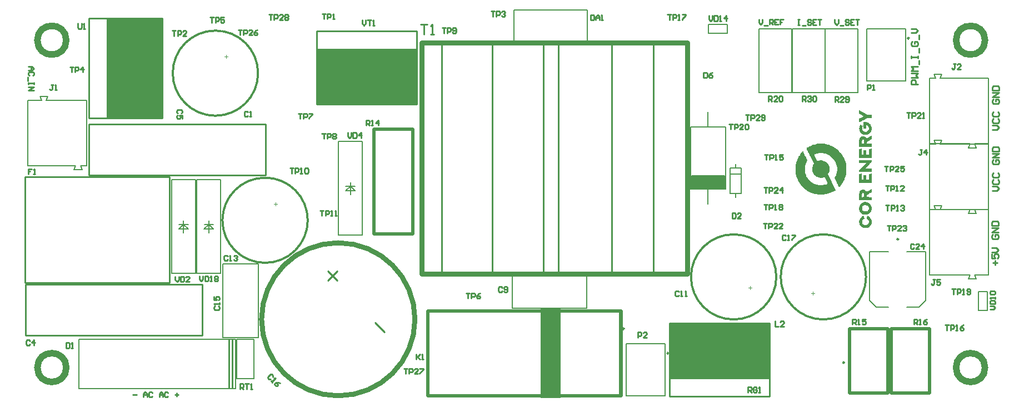
<source format=gbr>
%TF.GenerationSoftware,Altium Limited,Altium Designer,21.6.4 (81)*%
G04 Layer_Color=65535*
%FSLAX43Y43*%
%MOMM*%
%TF.SameCoordinates,45A01B4D-518A-40F9-B883-98BDF5CD3DE6*%
%TF.FilePolarity,Positive*%
%TF.FileFunction,Legend,Top*%
%TF.Part,Single*%
G01*
G75*
%TA.AperFunction,NonConductor*%
%ADD102C,0.200*%
%ADD103C,0.250*%
%ADD104C,0.762*%
%ADD105C,0.254*%
%ADD106R,3.100X13.700*%
%ADD136C,0.300*%
%ADD137C,1.000*%
%ADD138C,0.500*%
%ADD139C,0.100*%
%ADD140C,0.508*%
%ADD141R,5.334X2.032*%
%ADD142R,15.240X8.382*%
%ADD143R,8.382X15.240*%
G36*
X128134Y44254D02*
X128150Y44237D01*
X128167D01*
X128234Y44204D01*
X128250Y44187D01*
X128317Y44154D01*
X128333Y44137D01*
X128350D01*
X128400Y44104D01*
X128417Y44087D01*
X128433D01*
X128517Y44037D01*
X128550Y44021D01*
X128567D01*
X128633Y43987D01*
X128650Y43971D01*
X128667Y43954D01*
X129250Y43621D01*
X129933D01*
Y43138D01*
X129233D01*
X128650Y42804D01*
X128567Y42754D01*
X128550Y42738D01*
X128533D01*
X128450Y42704D01*
X128417Y42688D01*
Y42671D01*
X128350Y42621D01*
X128333Y42604D01*
X128267Y42588D01*
X128234Y42571D01*
X128184Y42538D01*
X128150Y42521D01*
X128084Y42488D01*
X128050Y42471D01*
X128034D01*
Y42488D01*
X128017Y42504D01*
Y42754D01*
X128034Y43021D01*
X128383Y43188D01*
X128467Y43238D01*
X128500Y43254D01*
X128517D01*
X128600Y43321D01*
X128633Y43354D01*
X128650D01*
X128667Y43371D01*
Y43438D01*
X128650Y43454D01*
X128633D01*
X128517Y43521D01*
X128483Y43538D01*
X128467D01*
X128350Y43604D01*
X128317Y43621D01*
X128300D01*
X128017Y43788D01*
Y44237D01*
X128034Y44254D01*
Y44304D01*
X128050D01*
X128067D01*
X128084D01*
X128134Y44254D01*
D02*
G37*
G36*
X129150Y42488D02*
X129217Y42471D01*
X129250Y42454D01*
X129267D01*
X129383Y42421D01*
X129433Y42404D01*
X129450D01*
X129533Y42321D01*
X129567Y42304D01*
X129583Y42288D01*
X129667Y42204D01*
X129683Y42188D01*
X129700Y42171D01*
X129750Y42138D01*
X129783Y42088D01*
X129817Y42054D01*
Y42038D01*
X129867Y41938D01*
X129883Y41904D01*
Y41888D01*
X129900Y41804D01*
X129917Y41721D01*
X129933Y41654D01*
Y41371D01*
X129917Y41288D01*
X129900Y41204D01*
X129883Y41154D01*
Y41138D01*
X129833Y41054D01*
X129800Y40988D01*
X129767Y40938D01*
X129750Y40921D01*
X129650Y40805D01*
X129617Y40771D01*
X129600Y40755D01*
X129517Y40705D01*
X129450Y40655D01*
X129400Y40638D01*
X129383Y40621D01*
X129300Y40588D01*
X129217Y40571D01*
X129167Y40555D01*
X129150D01*
X129050D01*
X128967D01*
X128917D01*
X128900D01*
X128800Y40571D01*
X128767D01*
X128750D01*
X128650Y40605D01*
X128617Y40621D01*
X128600D01*
X128500Y40671D01*
X128483Y40688D01*
X128467D01*
X128383Y40755D01*
X128350Y40771D01*
Y40788D01*
X128283Y40854D01*
X128267Y40888D01*
X128200Y40971D01*
X128184Y40988D01*
Y41004D01*
X128134Y41071D01*
X128117Y41104D01*
X128100Y41138D01*
Y41154D01*
X128067Y41254D01*
X128050Y41288D01*
Y41371D01*
X128034Y41438D01*
Y41588D01*
X128050Y41621D01*
Y41671D01*
X128067Y41704D01*
Y41771D01*
X128084Y41788D01*
Y41854D01*
X128100Y41871D01*
X128117Y41938D01*
X128134Y41954D01*
X128234Y42138D01*
X128350Y42054D01*
X128367Y42021D01*
X128383Y42004D01*
X128400Y41988D01*
X128417D01*
X128433Y41971D01*
X128450Y41954D01*
X128467D01*
X128483Y41938D01*
X128500D01*
X128517Y41921D01*
X128533D01*
Y41904D01*
X128550D01*
Y41888D01*
X128567D01*
Y41821D01*
X128550D01*
Y41754D01*
X128533Y41721D01*
X128517Y41704D01*
Y41654D01*
X128483Y41621D01*
X128467Y41604D01*
Y41454D01*
X128483Y41438D01*
X128500Y41404D01*
Y41388D01*
X128533Y41304D01*
X128550Y41271D01*
X128567Y41254D01*
X128617Y41188D01*
X128633Y41171D01*
X128650Y41154D01*
X128733Y41104D01*
X128767Y41088D01*
X128783Y41071D01*
X128867Y41038D01*
X128900Y41021D01*
X128917D01*
X129017D01*
X129050D01*
X129067D01*
X129150Y41038D01*
X129183Y41054D01*
X129200D01*
X129283Y41121D01*
X129300Y41138D01*
X129317D01*
X129383Y41204D01*
X129400Y41238D01*
X129417D01*
X129433Y41254D01*
X129450Y41271D01*
X129467Y41304D01*
Y41321D01*
X129483Y41338D01*
Y41354D01*
X129500Y41371D01*
Y41638D01*
X129483Y41688D01*
Y41704D01*
X129467Y41738D01*
Y41754D01*
X129433Y41804D01*
X129417Y41821D01*
X129400Y41838D01*
X129383Y41854D01*
X129367Y41871D01*
X129350Y41888D01*
X129317Y41921D01*
X129300Y41938D01*
X129250Y41954D01*
X129233Y41971D01*
X129133Y42021D01*
Y41471D01*
X128683D01*
Y42371D01*
X128700Y42404D01*
Y42438D01*
X128717Y42454D01*
Y42471D01*
X128733D01*
X128750Y42488D01*
X128767D01*
X128883Y42504D01*
X128917D01*
X128933D01*
X129033D01*
X129067D01*
X129083D01*
X129150Y42488D01*
D02*
G37*
G36*
X129933Y40405D02*
Y39905D01*
X129583Y39688D01*
X129500Y39638D01*
X129467Y39621D01*
X129383Y39571D01*
X129350Y39555D01*
X129333D01*
X129317Y39538D01*
X129283Y39521D01*
X129267Y39505D01*
X129250Y39471D01*
Y39455D01*
X129233Y39438D01*
Y39421D01*
X129217Y39388D01*
Y39371D01*
X129200Y39355D01*
Y39205D01*
X129933D01*
Y38721D01*
X128967D01*
X128000D01*
X128017Y39305D01*
Y39655D01*
X128034Y39705D01*
Y39821D01*
X128050Y39838D01*
Y39921D01*
X128067Y39955D01*
X128084Y40021D01*
X128100Y40038D01*
X128134Y40088D01*
X128150Y40105D01*
X128167D01*
X128217Y40155D01*
X128234Y40171D01*
X128283Y40221D01*
X128300Y40238D01*
X128367Y40271D01*
X128383Y40288D01*
X128400D01*
X128467Y40305D01*
X128483D01*
X128500D01*
X128583Y40321D01*
X128617D01*
X128633D01*
X128700D01*
X128717Y40305D01*
X128733D01*
X128817Y40288D01*
X128833Y40271D01*
X128850D01*
X128917Y40255D01*
X128933Y40238D01*
X128950D01*
X129017Y40188D01*
X129033Y40171D01*
X129067Y40121D01*
X129083Y40105D01*
Y40088D01*
X129100Y40071D01*
Y40055D01*
X129117Y40038D01*
X129133D01*
Y40005D01*
X129150D01*
Y39988D01*
X129200Y40005D01*
X129217Y40021D01*
X129233Y40038D01*
X129250Y40055D01*
X129300Y40071D01*
X129317Y40088D01*
X129350Y40121D01*
X129367Y40138D01*
X129417Y40155D01*
X129433Y40171D01*
X129450D01*
X129517Y40188D01*
X129533Y40205D01*
X129583Y40238D01*
X129600Y40255D01*
X129650Y40271D01*
X129667Y40288D01*
X129700Y40305D01*
X129717Y40321D01*
X129767Y40338D01*
X129783Y40355D01*
X129800D01*
X129833Y40371D01*
X129850Y40388D01*
X129883Y40405D01*
X129900Y40421D01*
X129917D01*
X129933Y40405D01*
D02*
G37*
G36*
Y37022D02*
X128967D01*
X128000D01*
X128017Y38405D01*
X128450Y38421D01*
Y37488D01*
X128667D01*
X128683Y38171D01*
X129083D01*
X129133Y37488D01*
X129500D01*
X129517Y38405D01*
X129933Y38421D01*
Y37022D01*
D02*
G37*
G36*
Y36472D02*
X129917Y36438D01*
Y36422D01*
X129900Y36388D01*
Y36372D01*
X129883Y36355D01*
X129867Y36338D01*
X129833Y36288D01*
X129817Y36272D01*
Y36255D01*
X129767Y36222D01*
X129733Y36205D01*
X129633Y36088D01*
X129600Y36055D01*
X129583Y36038D01*
X129467Y35938D01*
X129417Y35905D01*
X129400Y35888D01*
X128900Y35405D01*
X129933Y35388D01*
Y34905D01*
X128967D01*
X128017D01*
Y35105D01*
X128034Y35122D01*
X128050Y35138D01*
X128067Y35155D01*
X128084Y35205D01*
X128100Y35222D01*
X128150Y35272D01*
X128167Y35288D01*
X128184D01*
X128234Y35355D01*
X128250Y35372D01*
X128350Y35472D01*
X128383Y35505D01*
X128400Y35522D01*
X128500Y35638D01*
X128550Y35672D01*
X128567Y35688D01*
X129100Y36205D01*
X128000D01*
X128034Y36672D01*
X129933Y36688D01*
Y36472D01*
D02*
G37*
G36*
Y33205D02*
X128967D01*
Y33189D01*
X128000D01*
X128017Y34572D01*
X128433Y34605D01*
Y33672D01*
X128667D01*
Y34389D01*
X129100D01*
Y33672D01*
X129500D01*
X129517Y34588D01*
X129933Y34605D01*
Y33205D01*
D02*
G37*
G36*
X122467Y39188D02*
X122567D01*
X122634Y39171D01*
X122684D01*
X122701D01*
X122984Y39121D01*
X123101Y39105D01*
X123217Y39071D01*
X123317Y39038D01*
X123384Y39021D01*
X123434Y39005D01*
X123451D01*
X123717Y38905D01*
X123834Y38855D01*
X123934Y38805D01*
X124017Y38755D01*
X124084Y38721D01*
X124134Y38705D01*
X124151Y38688D01*
X124384Y38538D01*
X124584Y38405D01*
X124667Y38338D01*
X124717Y38288D01*
X124751Y38271D01*
X124767Y38255D01*
X124984Y38055D01*
X125150Y37871D01*
X125217Y37805D01*
X125250Y37738D01*
X125284Y37705D01*
X125300Y37688D01*
X125450Y37455D01*
X125584Y37255D01*
X125634Y37172D01*
X125667Y37105D01*
X125684Y37055D01*
X125700Y37038D01*
X125734Y36955D01*
X125767Y36888D01*
X125784Y36838D01*
X125800Y36822D01*
X125834Y36738D01*
X125850Y36672D01*
X125867Y36622D01*
X125884Y36605D01*
X125917Y36538D01*
X125950Y36472D01*
X125967Y36422D01*
Y36405D01*
X125984Y36322D01*
X126000Y36255D01*
X126017Y36205D01*
Y36188D01*
X126034Y36105D01*
Y36038D01*
X126050Y35988D01*
Y35972D01*
X126067Y35905D01*
Y35772D01*
X126084Y35688D01*
Y34955D01*
X126067Y34872D01*
Y34805D01*
X126050Y34738D01*
Y34605D01*
X126034Y34538D01*
X126017Y34472D01*
X126000Y34422D01*
Y34405D01*
X125984Y34339D01*
Y34272D01*
X125967Y34222D01*
Y34205D01*
X125900Y34089D01*
X125884Y34039D01*
X125867Y34022D01*
X125834Y33939D01*
X125817Y33872D01*
X125800Y33822D01*
Y33805D01*
X125767Y33722D01*
X125734Y33655D01*
X125700Y33605D01*
Y33589D01*
X125634Y33472D01*
X125617Y33439D01*
Y33422D01*
X125550Y33339D01*
X125517Y33305D01*
Y33289D01*
X125450Y33172D01*
X125417Y33122D01*
Y33105D01*
X125334Y32989D01*
X125300Y32955D01*
Y32939D01*
X125217Y32822D01*
X125184Y32789D01*
Y32772D01*
X125084Y32655D01*
X125067Y32622D01*
X125050Y32605D01*
X125034Y32589D01*
X125017Y32572D01*
X125001D01*
X124984D01*
X124967D01*
X124917Y32639D01*
X124901Y32672D01*
X124867Y32755D01*
X124851Y32789D01*
X124817Y32855D01*
X124801Y32889D01*
X124767Y32972D01*
X124751Y32989D01*
Y33005D01*
X124701Y33105D01*
X124684Y33122D01*
Y33139D01*
X124634Y33239D01*
X124601Y33255D01*
Y33272D01*
X124284Y33972D01*
X124384Y34155D01*
X124451Y34272D01*
X124467Y34322D01*
X124484Y34339D01*
X124501Y34405D01*
X124517Y34472D01*
X124534Y34522D01*
Y34538D01*
X124551Y34622D01*
X124584Y34688D01*
X124601Y34738D01*
Y34755D01*
X124617Y34838D01*
X124634Y34922D01*
X124651Y34972D01*
Y34988D01*
X124667Y35072D01*
Y35622D01*
X124651Y35705D01*
X124634Y35772D01*
X124601Y35822D01*
Y35838D01*
X124567Y35972D01*
X124551Y36072D01*
X124517Y36138D01*
Y36172D01*
X124467Y36288D01*
X124417Y36388D01*
X124401Y36455D01*
X124384Y36472D01*
X124317Y36588D01*
X124251Y36688D01*
X124201Y36755D01*
X124184Y36772D01*
X124101Y36872D01*
X124034Y36955D01*
X123967Y37022D01*
X123951Y37038D01*
X123867Y37122D01*
X123784Y37188D01*
X123717Y37238D01*
X123701Y37255D01*
X123601Y37338D01*
X123501Y37405D01*
X123434Y37438D01*
X123417Y37455D01*
X123301Y37522D01*
X123201Y37571D01*
X123134Y37588D01*
X123101Y37605D01*
X122984Y37655D01*
X122884Y37688D01*
X122817Y37705D01*
X122784D01*
X122667Y37721D01*
X122617Y37738D01*
X122601D01*
X122534Y37755D01*
X122467D01*
X122434D01*
X122417D01*
X122317D01*
X122251D01*
X122201D01*
X122184D01*
X122101D01*
X122017D01*
X121951Y37738D01*
X121934D01*
X121851D01*
X121784D01*
X121734Y37721D01*
X121718D01*
X121634Y37705D01*
X121568Y37688D01*
X121518Y37671D01*
X121501D01*
X121401Y37638D01*
X121384Y37621D01*
X121368D01*
X121284Y37588D01*
X121251Y37571D01*
X121234Y37555D01*
Y37538D01*
X121218Y37522D01*
Y37455D01*
X121234Y37405D01*
X121251Y37388D01*
Y37355D01*
X121268Y37338D01*
X121301Y37238D01*
X121318Y37205D01*
Y37188D01*
X121368Y37088D01*
X121384Y37055D01*
Y37038D01*
X121434Y36972D01*
X121451Y36955D01*
Y36938D01*
X121468Y36872D01*
X121484Y36855D01*
X121518Y36788D01*
X121534Y36772D01*
X121551Y36722D01*
X121568Y36705D01*
X121584Y36655D01*
X121601Y36638D01*
X121618Y36588D01*
X121634Y36572D01*
Y36538D01*
X121651D01*
X121668D01*
X121684Y36555D01*
X121718D01*
X121734D01*
X121751Y36572D01*
X121768Y36588D01*
X121784D01*
X121801D01*
X121818Y36605D01*
X121834D01*
X121951Y36622D01*
X122001Y36638D01*
X122017D01*
X122134Y36655D01*
X122167D01*
X122184D01*
X122301D01*
X122351Y36638D01*
X122367D01*
X122484Y36622D01*
X122534Y36605D01*
X122551D01*
X122667Y36538D01*
X122717Y36522D01*
X122734D01*
X122834Y36472D01*
X122867Y36455D01*
X122884D01*
X123001Y36388D01*
X123034Y36372D01*
X123051Y36355D01*
X123134Y36272D01*
X123151Y36238D01*
X123167Y36222D01*
X123234Y36155D01*
X123251Y36138D01*
X123267Y36122D01*
X123317Y36055D01*
X123334Y36038D01*
X123351Y36022D01*
X123401Y35938D01*
X123417Y35922D01*
Y35905D01*
X123434Y35838D01*
X123451Y35822D01*
Y35805D01*
X123467Y35722D01*
X123484Y35705D01*
Y35688D01*
X123501Y35605D01*
X123517Y35588D01*
Y35488D01*
X123534Y35455D01*
Y35072D01*
X123517Y35038D01*
Y34955D01*
X123501Y34922D01*
X123484Y34905D01*
X123467Y34855D01*
X123451Y34838D01*
X123434Y34788D01*
X123417Y34772D01*
X123301Y34522D01*
X124434Y32139D01*
X124351Y32039D01*
X124267Y31989D01*
X124234Y31972D01*
X124167Y31939D01*
X124134Y31922D01*
X124017Y31872D01*
X123984Y31855D01*
X123967D01*
X123851Y31805D01*
X123817Y31789D01*
X123801D01*
X123701Y31722D01*
X123667Y31689D01*
X123651D01*
X123584Y31672D01*
X123517Y31655D01*
X123484Y31639D01*
X123467D01*
X123367Y31605D01*
X123334Y31589D01*
X123317D01*
X123217Y31555D01*
X123184Y31539D01*
X123167D01*
X123101Y31522D01*
X123067Y31505D01*
X122967D01*
X122951Y31489D01*
X122934D01*
X122884D01*
X122867Y31472D01*
X122801D01*
X122767D01*
X122701Y31455D01*
X122667D01*
X122584D01*
X122551D01*
X122434D01*
X122401D01*
X122384D01*
X122317D01*
X122251D01*
X122217D01*
X122201D01*
X122084D01*
X122051D01*
X122034D01*
X121918D01*
X121884D01*
X121868D01*
X121801D01*
X121768D01*
X121684Y31472D01*
X121651D01*
X121584D01*
X121568D01*
X121501Y31489D01*
X121484D01*
X121401Y31505D01*
X121368D01*
X121284Y31522D01*
X121251Y31539D01*
X121168Y31572D01*
X121084Y31589D01*
X121018Y31605D01*
X121001D01*
X120901Y31639D01*
X120801Y31672D01*
X120734Y31705D01*
X120718D01*
X120634Y31755D01*
X120551Y31789D01*
X120501Y31822D01*
X120484D01*
X120384Y31872D01*
X120318Y31922D01*
X120268Y31939D01*
X120251Y31955D01*
X120168Y32005D01*
X120084Y32055D01*
X120034Y32089D01*
X120018Y32105D01*
X119934Y32172D01*
X119851Y32222D01*
X119801Y32255D01*
X119784Y32272D01*
X119718Y32339D01*
X119651Y32389D01*
X119601Y32439D01*
X119584Y32455D01*
X119501Y32522D01*
X119434Y32589D01*
X119384Y32639D01*
X119368Y32655D01*
X119301Y32722D01*
X119251Y32789D01*
X119218Y32839D01*
X119201Y32855D01*
X119134Y32939D01*
X119084Y33005D01*
X119051Y33055D01*
X119034Y33072D01*
X118984Y33155D01*
X118934Y33222D01*
X118918Y33272D01*
X118901Y33289D01*
X118834Y33372D01*
X118801Y33455D01*
X118768Y33505D01*
X118751Y33522D01*
X118718Y33605D01*
X118685Y33672D01*
X118651Y33722D01*
Y33739D01*
X118618Y33839D01*
X118585Y33922D01*
X118551Y33972D01*
Y33989D01*
X118518Y34089D01*
X118485Y34172D01*
X118468Y34222D01*
Y34239D01*
X118435Y34339D01*
X118418Y34422D01*
X118401Y34472D01*
Y34505D01*
X118385Y34588D01*
X118368Y34672D01*
X118351Y34722D01*
Y34738D01*
X118335Y34822D01*
Y35705D01*
X118351Y35772D01*
Y35788D01*
X118368Y35888D01*
Y35988D01*
X118385Y36055D01*
Y36072D01*
X118401Y36155D01*
X118418Y36238D01*
X118435Y36288D01*
Y36305D01*
X118451Y36388D01*
X118485Y36472D01*
X118501Y36522D01*
Y36538D01*
X118535Y36605D01*
X118568Y36672D01*
X118585Y36722D01*
Y36738D01*
X118618Y36805D01*
X118634Y36872D01*
X118651Y36922D01*
X118668Y36938D01*
X118701Y37005D01*
X118734Y37072D01*
X118751Y37122D01*
X118768Y37138D01*
X118801Y37222D01*
X118851Y37288D01*
X118884Y37338D01*
X118901Y37355D01*
X118984Y37472D01*
X119001Y37522D01*
X119018Y37538D01*
X119051Y37605D01*
X119101Y37671D01*
X119118Y37705D01*
X119134Y37721D01*
X119218Y37821D01*
X119251Y37838D01*
X119268Y37855D01*
X119334Y37955D01*
X119351Y37971D01*
X119368Y37988D01*
X119468Y38071D01*
X119534Y37955D01*
Y37921D01*
X119551Y37905D01*
Y37871D01*
X119568Y37855D01*
X119584Y37805D01*
X119601Y37788D01*
Y37771D01*
X119634Y37721D01*
X119651Y37705D01*
Y37688D01*
X119684Y37605D01*
X119701Y37588D01*
Y37571D01*
X119718Y37505D01*
X119734Y37488D01*
Y37472D01*
X119784Y37388D01*
X119801Y37372D01*
Y37355D01*
X119834Y37272D01*
X119851Y37255D01*
Y37238D01*
X120134Y36655D01*
X120001Y36405D01*
X119968Y36322D01*
X119951Y36288D01*
Y36272D01*
X119901Y36188D01*
X119884Y36155D01*
Y36138D01*
X119868Y36055D01*
X119851Y36022D01*
Y36005D01*
X119834Y35922D01*
X119818Y35888D01*
Y35872D01*
X119784Y35788D01*
Y35755D01*
X119768Y35655D01*
Y35605D01*
X119751Y35505D01*
Y35022D01*
X119768Y34938D01*
X119784Y34905D01*
Y34888D01*
X119801Y34805D01*
X119818Y34788D01*
Y34688D01*
X119834Y34672D01*
Y34655D01*
X119868Y34572D01*
X119884Y34555D01*
Y34538D01*
X119918Y34455D01*
X119934Y34422D01*
Y34405D01*
X119968Y34305D01*
X119984Y34272D01*
Y34255D01*
X120034Y34172D01*
X120084Y34089D01*
X120118Y34022D01*
X120134Y34005D01*
X120184Y33922D01*
X120234Y33855D01*
X120268Y33805D01*
X120284Y33789D01*
X120351Y33705D01*
X120401Y33639D01*
X120451Y33589D01*
X120468Y33572D01*
X120534Y33505D01*
X120601Y33455D01*
X120651Y33422D01*
X120668Y33405D01*
X120751Y33339D01*
X120834Y33289D01*
X120884Y33255D01*
X120901Y33239D01*
X120984Y33189D01*
X121051Y33155D01*
X121118Y33122D01*
X121134Y33105D01*
X121218Y33072D01*
X121301Y33039D01*
X121368Y33022D01*
X121384Y33005D01*
X121484Y32972D01*
X121568Y32939D01*
X121634Y32922D01*
X121651D01*
X121751Y32905D01*
X121784Y32889D01*
X121801D01*
X121884D01*
X121918Y32872D01*
X121934D01*
X122051D01*
X122101D01*
X122117D01*
X122184D01*
X122251D01*
X122284D01*
X122301D01*
X122367Y32889D01*
X122434D01*
X122484D01*
X122501D01*
X122617Y32905D01*
X122651D01*
X122667D01*
X122767Y32922D01*
X122801Y32939D01*
X122817D01*
X122901Y32955D01*
X122934Y32972D01*
X122951D01*
X123001D01*
X123017D01*
X123051Y32989D01*
X123067Y33005D01*
X123101D01*
X123117D01*
X123134Y33039D01*
X123151Y33055D01*
X123167D01*
X123184D01*
X123201Y33072D01*
X123217D01*
Y33089D01*
X123234Y33105D01*
Y33122D01*
X123201Y33205D01*
X123167Y33272D01*
X123134Y33322D01*
Y33339D01*
X123101Y33422D01*
X123067Y33489D01*
X123051Y33539D01*
Y33555D01*
X123001Y33622D01*
X122967Y33689D01*
X122951Y33739D01*
Y33755D01*
X122917Y33822D01*
X122884Y33889D01*
X122851Y33939D01*
Y33955D01*
X122834Y34005D01*
Y34022D01*
X122801Y34072D01*
X122784Y34089D01*
X122767D01*
X122751D01*
X122734D01*
X122717D01*
X122701Y34072D01*
X122684D01*
X122651D01*
X122634D01*
X122617Y34055D01*
X122601D01*
X122584D01*
X122567Y34039D01*
X122484Y34005D01*
X122401Y33989D01*
X122351Y33972D01*
X122334D01*
X122251D01*
X122184Y33989D01*
X122134D01*
X122117D01*
X122017D01*
X121951Y34005D01*
X121901Y34022D01*
X121884D01*
X121801Y34055D01*
X121718Y34089D01*
X121668Y34105D01*
X121651D01*
X121584Y34139D01*
X121518Y34189D01*
X121468Y34205D01*
X121451Y34222D01*
X121384Y34272D01*
X121318Y34322D01*
X121284Y34355D01*
X121268Y34372D01*
X121168Y34488D01*
X121134Y34522D01*
X121118Y34538D01*
X121068Y34622D01*
X121034Y34688D01*
X121001Y34738D01*
Y34755D01*
X120984Y34788D01*
X120968Y34805D01*
X120951Y34855D01*
Y34872D01*
X120934Y34905D01*
Y34922D01*
X120918Y34972D01*
Y35055D01*
X120901Y35105D01*
Y35555D01*
X120918Y35572D01*
Y35688D01*
X120934Y35705D01*
Y35738D01*
X120951Y35755D01*
Y35805D01*
X120968Y35822D01*
X120984Y35872D01*
X121001Y35888D01*
X121118Y36122D01*
X120551Y37322D01*
X120484Y37455D01*
X120434Y37571D01*
X120384Y37655D01*
X120368Y37671D01*
Y37688D01*
X120301Y37838D01*
X120234Y37955D01*
X120201Y38038D01*
X120184Y38071D01*
X120151Y38171D01*
X120134Y38188D01*
Y38205D01*
X120084Y38305D01*
X120068Y38338D01*
Y38355D01*
X120051Y38405D01*
X120034Y38421D01*
X120018Y38471D01*
Y38521D01*
X120034Y38538D01*
Y38555D01*
X120051Y38571D01*
X120068D01*
X120084Y38588D01*
X120151Y38605D01*
X120168Y38621D01*
X120201Y38638D01*
X120218Y38655D01*
X120268Y38671D01*
X120284Y38688D01*
X120318Y38705D01*
X120334Y38721D01*
X120384Y38738D01*
X120401Y38755D01*
X120418D01*
X120484Y38771D01*
X120501Y38788D01*
X120751Y38905D01*
X120968Y39005D01*
X121068Y39038D01*
X121134Y39055D01*
X121184Y39071D01*
X121201D01*
X121468Y39138D01*
X121601Y39171D01*
X121718Y39188D01*
X121818D01*
X121884Y39205D01*
X121934D01*
X121951D01*
X122217D01*
X122351D01*
X122467Y39188D01*
D02*
G37*
G36*
X129917Y32272D02*
X129933Y32255D01*
Y31772D01*
X129567Y31555D01*
X129483Y31505D01*
X129467Y31489D01*
X129450D01*
X129350Y31439D01*
X129333Y31422D01*
X129317Y31405D01*
X129300Y31389D01*
X129283Y31372D01*
X129267Y31355D01*
X129250Y31339D01*
X129233D01*
Y31322D01*
X129217Y31305D01*
Y31239D01*
X129200Y31222D01*
Y31205D01*
X129217Y31056D01*
X129933Y31039D01*
Y30572D01*
X128983D01*
X128017D01*
Y31172D01*
X128034Y31255D01*
Y31605D01*
X128050Y31689D01*
X128067Y31705D01*
Y31805D01*
X128084Y31839D01*
Y31889D01*
X128100Y31905D01*
X128134Y31955D01*
X128150Y31972D01*
X128167D01*
X128217Y32005D01*
X128234Y32022D01*
X128267Y32072D01*
X128283Y32105D01*
X128367Y32139D01*
X128383Y32155D01*
X128400D01*
X128483Y32172D01*
X128500Y32189D01*
X128517D01*
X128600D01*
X128633D01*
X128650D01*
X128717D01*
X128733D01*
X128750D01*
X128833Y32155D01*
X128850Y32139D01*
X128867D01*
X128933Y32105D01*
X128950Y32089D01*
X128967D01*
X129033Y32022D01*
X129050Y32005D01*
X129100Y31955D01*
X129117Y31939D01*
X129133Y31922D01*
Y31905D01*
X129150Y31889D01*
X129167D01*
X129183D01*
X129200D01*
Y31905D01*
X129217D01*
X129250Y31922D01*
X129267D01*
X129300Y31939D01*
X129317D01*
X129400Y31989D01*
X129417Y32005D01*
X129433D01*
X129500Y32039D01*
X129517Y32055D01*
X129533D01*
X129583Y32105D01*
X129600Y32122D01*
X129650Y32139D01*
X129667Y32155D01*
X129700Y32172D01*
X129717Y32189D01*
X129767Y32205D01*
X129783Y32222D01*
X129800D01*
X129833Y32239D01*
X129850Y32255D01*
X129883Y32272D01*
X129900Y32289D01*
X129917D01*
Y32272D01*
D02*
G37*
G36*
X129183Y30272D02*
X129233Y30256D01*
X129250D01*
X129333Y30222D01*
X129417Y30189D01*
X129467Y30172D01*
X129483Y30156D01*
X129550Y30106D01*
X129617Y30072D01*
X129650Y30039D01*
X129667Y30022D01*
X129767Y29906D01*
X129800Y29856D01*
X129817Y29839D01*
X129850Y29756D01*
X129883Y29689D01*
X129900Y29639D01*
Y29622D01*
X129917Y29572D01*
X129933Y29556D01*
Y29356D01*
X129917Y29289D01*
Y29139D01*
X129900Y29072D01*
Y29039D01*
X129883Y28989D01*
Y28956D01*
X129867Y28906D01*
X129850Y28889D01*
X129800Y28789D01*
X129767Y28756D01*
Y28739D01*
X129683Y28672D01*
X129667Y28656D01*
X129650Y28639D01*
X129567Y28556D01*
X129550Y28539D01*
X129533Y28522D01*
X129433Y28456D01*
X129400Y28439D01*
X129383D01*
X129283Y28406D01*
X129267Y28389D01*
X129250D01*
X129133Y28372D01*
X129083Y28356D01*
X129067D01*
X128967D01*
X128933D01*
X128917D01*
X128800Y28372D01*
X128767D01*
X128750D01*
X128667Y28389D01*
X128633Y28406D01*
X128550Y28439D01*
X128517Y28456D01*
X128433Y28506D01*
X128400Y28539D01*
X128333Y28606D01*
X128317Y28622D01*
X128250Y28689D01*
X128234Y28722D01*
X128184Y28789D01*
X128167Y28822D01*
X128117Y28906D01*
X128100Y28939D01*
X128067Y29039D01*
X128050Y29056D01*
Y29072D01*
X128034Y29172D01*
Y29206D01*
X128017Y29306D01*
Y29339D01*
X128034Y29439D01*
X128050Y29456D01*
Y29572D01*
X128067Y29606D01*
Y29622D01*
X128100Y29706D01*
X128117Y29739D01*
X128150Y29839D01*
X128167Y29856D01*
X128184Y29872D01*
X128234Y29939D01*
X128250Y29972D01*
X128267D01*
X128333Y30039D01*
X128350Y30072D01*
X128483Y30156D01*
X128533Y30189D01*
X128550D01*
X128633Y30239D01*
X128700Y30272D01*
X128750Y30289D01*
X128767D01*
X128867D01*
X128950D01*
X129017D01*
X129033D01*
X129117D01*
X129183Y30272D01*
D02*
G37*
G36*
X129367Y28172D02*
X129417Y28156D01*
X129433Y28139D01*
X129450D01*
X129500Y28106D01*
X129517Y28089D01*
X129567Y28039D01*
X129583Y28022D01*
X129600D01*
X129650Y27972D01*
X129667Y27956D01*
X129717Y27889D01*
X129733Y27873D01*
Y27856D01*
X129800Y27806D01*
X129817Y27789D01*
Y27773D01*
X129833Y27723D01*
X129850Y27706D01*
Y27689D01*
X129883Y27606D01*
X129900Y27589D01*
Y27573D01*
X129917Y27489D01*
X129933Y27456D01*
Y27339D01*
X129950Y27306D01*
Y27289D01*
X129933Y27206D01*
Y27156D01*
X129917Y27073D01*
Y27023D01*
X129883Y26939D01*
X129867Y26906D01*
Y26889D01*
X129833Y26806D01*
X129817Y26789D01*
Y26773D01*
X129767Y26706D01*
X129733Y26689D01*
Y26673D01*
X129700Y26606D01*
X129650Y26556D01*
X129633Y26523D01*
X129617Y26506D01*
X129517Y26439D01*
X129483Y26423D01*
X129467D01*
X129400Y26389D01*
X129333Y26356D01*
X129300Y26339D01*
X129283D01*
X129217Y26323D01*
X129150D01*
X129100Y26306D01*
X129083D01*
X129017D01*
X128950D01*
X128900D01*
X128883D01*
X128817Y26323D01*
X128750Y26339D01*
X128717Y26356D01*
X128700D01*
X128633Y26373D01*
X128567Y26389D01*
X128533Y26423D01*
X128517D01*
X128400Y26489D01*
X128367Y26523D01*
X128350D01*
X128317Y26556D01*
X128300Y26573D01*
X128250Y26623D01*
X128234Y26656D01*
X128217Y26689D01*
X128200Y26706D01*
X128184Y26756D01*
X128167Y26773D01*
X128134Y26806D01*
X128117Y26823D01*
X128100Y26873D01*
X128084Y26889D01*
X128067Y26939D01*
Y26973D01*
X128050Y27039D01*
Y27056D01*
X128034Y27156D01*
Y27439D01*
X128050Y27473D01*
Y27489D01*
X128084Y27589D01*
X128100Y27623D01*
Y27639D01*
X128134Y27723D01*
X128150Y27756D01*
X128167D01*
X128217Y27839D01*
X128234Y27873D01*
X128300Y27956D01*
X128317Y27989D01*
X128333D01*
X128383Y28056D01*
X128400Y28072D01*
X128417D01*
X128450Y28089D01*
X128467D01*
X128500Y28106D01*
X128517D01*
X128533Y28122D01*
X128550D01*
Y28139D01*
X128567Y28156D01*
X128583D01*
X128600D01*
X128617Y28172D01*
X128633D01*
X128650D01*
Y28189D01*
X128667D01*
X128683Y28172D01*
Y28156D01*
X128700Y28139D01*
X128717Y28122D01*
Y28106D01*
X128733Y28089D01*
Y28072D01*
X128750Y28056D01*
Y28039D01*
X128767Y28022D01*
Y27989D01*
X128783Y27972D01*
X128867Y27756D01*
X128733Y27706D01*
X128700Y27689D01*
X128683Y27673D01*
X128633Y27639D01*
X128617Y27623D01*
X128600Y27589D01*
X128583Y27573D01*
X128567Y27539D01*
X128550Y27523D01*
X128533Y27473D01*
Y27456D01*
X128517Y27423D01*
X128500Y27406D01*
X128483Y27356D01*
Y27339D01*
X128467Y27289D01*
Y27206D01*
X128483Y27189D01*
X128500Y27139D01*
Y27123D01*
X128517Y27073D01*
X128533Y27056D01*
Y27023D01*
X128550Y27006D01*
X128567Y26973D01*
X128583Y26956D01*
X128600Y26923D01*
X128617Y26906D01*
X128667Y26889D01*
X128683Y26873D01*
X128717Y26856D01*
X128733Y26839D01*
X128817Y26806D01*
X128850Y26789D01*
X128867D01*
X128950Y26773D01*
X128983D01*
X129000D01*
X129083Y26789D01*
X129117D01*
X129133D01*
X129217Y26823D01*
X129233Y26839D01*
X129250D01*
X129317Y26889D01*
X129333Y26923D01*
X129350D01*
X129400Y26989D01*
X129417Y27023D01*
X129467Y27106D01*
X129483Y27123D01*
Y27139D01*
X129500Y27239D01*
Y27423D01*
X129483Y27439D01*
Y27456D01*
X129467Y27473D01*
X129450Y27489D01*
Y27506D01*
X129417Y27539D01*
X129400Y27556D01*
X129367Y27589D01*
X129350Y27606D01*
X129333Y27623D01*
X129317Y27639D01*
X129300Y27656D01*
X129283Y27673D01*
X129267Y27689D01*
X129250Y27706D01*
X129233D01*
X129217Y27723D01*
X129200Y27739D01*
X129183Y27756D01*
X129167D01*
X129150Y27773D01*
Y27856D01*
X129167Y27889D01*
Y27956D01*
X129183Y27989D01*
X129200Y28039D01*
X129217Y28056D01*
X129233Y28122D01*
X129250Y28139D01*
Y28156D01*
X129267Y28172D01*
X129283Y28189D01*
X129300D01*
X129350D01*
X129367Y28172D01*
D02*
G37*
%LPC*%
G36*
X128683Y39838D02*
X128667D01*
X128650D01*
X128633D01*
X128617D01*
X128600D01*
X128583D01*
Y39821D01*
X128567D01*
X128550D01*
Y39805D01*
X128533D01*
X128517D01*
Y39771D01*
X128500D01*
Y39755D01*
X128483D01*
Y39738D01*
X128467Y39721D01*
Y39671D01*
X128450Y39655D01*
Y39221D01*
X128783D01*
Y39521D01*
X128767Y39588D01*
Y39671D01*
X128750Y39721D01*
Y39738D01*
X128733Y39755D01*
Y39771D01*
X128717Y39805D01*
X128700Y39821D01*
X128683Y39838D01*
D02*
G37*
G36*
X128633Y31705D02*
X128617D01*
X128600D01*
X128583D01*
X128567D01*
X128550Y31689D01*
X128533Y31672D01*
Y31655D01*
X128517D01*
X128500Y31639D01*
X128483Y31622D01*
Y31605D01*
X128467D01*
Y31555D01*
X128450Y31539D01*
Y31039D01*
X128767Y31056D01*
Y31289D01*
X128783Y31322D01*
Y31455D01*
X128767Y31489D01*
Y31539D01*
X128750Y31555D01*
Y31589D01*
X128733Y31605D01*
Y31622D01*
X128717Y31639D01*
Y31655D01*
X128700Y31672D01*
X128683Y31689D01*
X128667D01*
X128650D01*
X128633Y31705D01*
D02*
G37*
G36*
X129000Y29806D02*
X128983D01*
X128967D01*
X128867D01*
X128850Y29789D01*
X128833D01*
X128750Y29772D01*
X128717Y29756D01*
X128650Y29722D01*
X128633Y29706D01*
X128567Y29656D01*
X128550Y29639D01*
Y29622D01*
X128533Y29572D01*
X128517Y29556D01*
Y29539D01*
X128483Y29472D01*
X128467Y29456D01*
Y29256D01*
X128500Y29189D01*
X128517Y29172D01*
Y29156D01*
X128533Y29089D01*
X128550Y29072D01*
Y29056D01*
X128600Y29006D01*
X128617Y28989D01*
X128650Y28939D01*
X128667Y28922D01*
X128683D01*
X128717Y28906D01*
X128733Y28889D01*
X128767Y28872D01*
X128783Y28856D01*
X128850D01*
X128867Y28839D01*
X128883D01*
X128933D01*
X128950D01*
X129017D01*
X129033D01*
X129100Y28856D01*
X129117D01*
X129133D01*
X129183Y28872D01*
X129200D01*
X129250Y28906D01*
X129267Y28922D01*
X129317Y28956D01*
X129333Y28972D01*
X129383Y29022D01*
X129400Y29039D01*
X129433Y29089D01*
X129450Y29122D01*
X129483Y29206D01*
Y29239D01*
X129500Y29306D01*
Y29439D01*
X129483Y29506D01*
X129467Y29539D01*
X129433Y29606D01*
X129400Y29622D01*
X129350Y29689D01*
X129333Y29706D01*
X129250Y29739D01*
X129233Y29756D01*
X129217D01*
X129133Y29789D01*
X129117D01*
X129100D01*
X129000Y29806D01*
D02*
G37*
%LPD*%
D102*
X140400Y29125D02*
X147750D01*
X138750D02*
X139700D01*
X138750Y19125D02*
Y29125D01*
X147750Y19125D02*
Y29125D01*
X145600Y19125D02*
X147750D01*
X138750D02*
X144900D01*
X144650Y18525D02*
X145850D01*
X145600Y19125D02*
X145850Y18525D01*
X144650D02*
X144900Y19125D01*
X139450Y29725D02*
X139700Y29125D01*
X139450Y29725D02*
X140650D01*
X140400Y29125D02*
X140650Y29725D01*
X92500Y685D02*
X98450D01*
X92500D02*
Y8645D01*
X98450D01*
Y685D02*
Y8645D01*
X107959Y56052D02*
Y57402D01*
X105084Y56052D02*
Y57402D01*
X107959D01*
X105084Y56052D02*
X107959D01*
X135100Y48795D02*
Y56755D01*
X129150D02*
X135100D01*
X129150Y48795D02*
Y56755D01*
Y48795D02*
X135100D01*
X135300Y22721D02*
X138150D01*
X129650D02*
X132500D01*
X138150Y15221D02*
Y22721D01*
X137150Y14221D02*
X138150Y15221D01*
X135300Y14221D02*
X137150D01*
X130650D02*
X132500D01*
X129650Y15221D02*
X130650Y14221D01*
X129650Y15221D02*
Y22721D01*
X102500Y34300D02*
X107500D01*
X105000Y41750D02*
Y44000D01*
Y30000D02*
Y32250D01*
X102350D02*
X107650D01*
Y41750D01*
X102350D02*
X107650D01*
X102350Y32250D02*
Y41750D01*
X75400Y54800D02*
Y59600D01*
X86600D01*
Y54800D02*
Y59600D01*
X75400Y54800D02*
X86600D01*
X54100Y25400D02*
Y41425D01*
Y25400D02*
X59975D01*
X54100Y41425D02*
X59975D01*
Y25400D02*
Y41425D01*
X48650Y25225D02*
X52325D01*
X48650D02*
Y39575D01*
X52325Y25225D02*
Y39575D01*
X48650D02*
X52325D01*
X50500Y32725D02*
X51207Y32018D01*
X49793D02*
X50500Y32725D01*
X49793Y32018D02*
X51207D01*
X50500Y32725D02*
X51200D01*
X50500Y31425D02*
Y32725D01*
X49800D02*
X50500D01*
Y33325D01*
X91500Y850D02*
Y13550D01*
X62500D02*
X91500D01*
X62500Y850D02*
Y13550D01*
Y850D02*
X91500D01*
X33200Y3300D02*
Y9300D01*
Y3300D02*
X35800D01*
X33200Y9300D02*
X35800D01*
Y3300D02*
Y9300D01*
X9100Y1800D02*
X33000D01*
Y9300D01*
X9100D02*
X33000D01*
X9100Y1800D02*
Y9300D01*
X140401Y39150D02*
X140651Y39750D01*
X139451D02*
X140651D01*
X139451D02*
X139701Y39150D01*
X144651Y28550D02*
X144900Y29150D01*
X145601D02*
X145851Y28550D01*
X144651D02*
X145851D01*
X138751Y29150D02*
X144900D01*
X145601D02*
X147751D01*
Y39150D01*
X138751Y29150D02*
Y39150D01*
X139701D01*
X140401D02*
X147751D01*
X140401Y49175D02*
X140651Y49775D01*
X139451D02*
X140651D01*
X139451D02*
X139701Y49175D01*
X144651Y38575D02*
X144900Y39175D01*
X145601D02*
X145851Y38575D01*
X144651D02*
X145851D01*
X138751Y39175D02*
X144900D01*
X145601D02*
X147751D01*
Y49175D01*
X138751Y39175D02*
Y49175D01*
X139701D01*
X140401D02*
X147751D01*
X27078Y19375D02*
X30753D01*
X27078D02*
Y33725D01*
X30753Y19375D02*
Y33725D01*
X27078D02*
X30753D01*
X28928Y26875D02*
X29635Y26168D01*
X28221D02*
X28928Y26875D01*
X28221Y26168D02*
X29635D01*
X28928Y26875D02*
X29628D01*
X28928Y25575D02*
Y26875D01*
X28228D02*
X28928D01*
Y27475D01*
X117840Y46960D02*
X122800D01*
X117840D02*
Y56740D01*
X122800D01*
Y46960D02*
Y56740D01*
X122855Y46960D02*
X127815D01*
X122855D02*
Y56740D01*
X127815D01*
Y46960D02*
Y56740D01*
X108420Y34525D02*
X109980D01*
X109200Y31025D02*
Y31600D01*
Y35500D02*
Y36075D01*
X108350Y35500D02*
X110050D01*
X108350Y31600D02*
Y35500D01*
Y31600D02*
X110050D01*
Y35500D01*
X112800Y46960D02*
X117760D01*
X112800D02*
Y56740D01*
X117760D01*
Y46960D02*
Y56740D01*
X147524Y13725D02*
Y16600D01*
X146174Y13725D02*
Y16600D01*
Y13725D02*
X147524D01*
X146174Y16600D02*
X147524D01*
X75201Y14025D02*
X86476D01*
X75201D02*
Y19475D01*
X86476D01*
Y14025D02*
Y19475D01*
X31050Y9575D02*
X36500D01*
Y20850D01*
X31050D02*
X36500D01*
X31050Y9575D02*
Y20850D01*
X25077Y26875D02*
Y27475D01*
X24377Y26875D02*
X25077D01*
Y25575D02*
Y26875D01*
X25777D01*
X24370Y26168D02*
X25784D01*
X24370D02*
X25077Y26875D01*
X25784Y26168D01*
X23227Y33725D02*
X26902D01*
Y19375D02*
Y33725D01*
X23227Y19375D02*
Y33725D01*
Y19375D02*
X26902D01*
X1300Y35800D02*
X8650D01*
X9350D02*
X10300D01*
Y45800D01*
X1300Y35800D02*
Y45800D01*
X3450D01*
X4150D02*
X10300D01*
X3200Y46400D02*
X4400D01*
X3200D02*
X3450Y45800D01*
X4150D02*
X4400Y46400D01*
X9350Y35800D02*
X9600Y35200D01*
X8400D02*
X9600D01*
X8400D02*
X8650Y35800D01*
D103*
X99000Y7205D02*
G03*
X99000Y7205I-125J0D01*
G01*
X135650Y55315D02*
G03*
X135650Y55315I-125J0D01*
G01*
X134025Y24621D02*
G03*
X134025Y24621I-125J0D01*
G01*
X92225Y10950D02*
G03*
X92225Y10950I-125J0D01*
G01*
X125775Y5775D02*
G03*
X125775Y5775I-125J0D01*
G01*
D104*
X60334Y12375D02*
G03*
X60334Y12375I-11684J0D01*
G01*
X61360Y19346D02*
X101873D01*
X61360Y54652D02*
X101873D01*
X61360Y19346D02*
Y54652D01*
X101873Y19346D02*
Y54652D01*
D105*
X79902Y19473D02*
Y54652D01*
X82188Y19473D02*
Y54652D01*
X79902D02*
X82188D01*
X79902Y19473D02*
X82188D01*
X64408Y19346D02*
X72155D01*
X64408Y54652D02*
X72155D01*
X64408Y19346D02*
Y54652D01*
X72155Y19346D02*
Y54652D01*
X90316Y19346D02*
X96666D01*
X90316Y54525D02*
X96666D01*
X90316Y19346D02*
Y54525D01*
X96666Y19346D02*
Y54525D01*
X45380Y56420D02*
X60620D01*
X45380Y45244D02*
X60620D01*
X45380D02*
Y56420D01*
X60620Y45244D02*
Y56420D01*
X45380Y53626D02*
X60620D01*
X45380Y45244D02*
X60620D01*
X45380D02*
Y53626D01*
X60620Y45244D02*
Y53626D01*
X99130Y580D02*
X114370D01*
X99130Y11756D02*
X114370D01*
Y580D02*
Y11756D01*
X99130Y580D02*
Y11756D01*
Y3374D02*
X114370D01*
X99130Y11756D02*
X114370D01*
Y3374D02*
Y11756D01*
X99130Y3374D02*
Y11756D01*
X10655Y43081D02*
Y58321D01*
X21831Y43081D02*
Y58321D01*
X10655Y43081D02*
X21831D01*
X10655Y58321D02*
X21831D01*
X13449Y43081D02*
Y58321D01*
X21831Y43081D02*
Y58321D01*
X13449Y43081D02*
X21831D01*
X13449Y58321D02*
X21831D01*
X32500Y1900D02*
Y9200D01*
X31977Y1839D02*
Y9200D01*
X22925Y17975D02*
Y34100D01*
X950D02*
X22925D01*
X950Y17975D02*
Y34100D01*
Y17975D02*
X22925D01*
X27900Y9900D02*
Y17700D01*
X1000Y9900D02*
X27900D01*
X1000D02*
Y17700D01*
X27900D01*
X37552Y34400D02*
Y42200D01*
X10652Y34400D02*
X37552D01*
X10652D02*
Y42200D01*
X37552D01*
X136990Y48279D02*
X135991D01*
Y48779D01*
X136157Y48945D01*
X136491D01*
X136657Y48779D01*
Y48279D01*
X135991Y49279D02*
X136990D01*
X136657Y49612D01*
X136990Y49945D01*
X135991D01*
X136990Y50278D02*
X135991D01*
X136324Y50612D01*
X135991Y50945D01*
X136990D01*
X137157Y51278D02*
Y51944D01*
X135991Y52278D02*
Y52611D01*
Y52444D01*
X136990D01*
Y52278D01*
Y52611D01*
X137157Y53111D02*
Y53777D01*
X136157Y54777D02*
X135991Y54610D01*
Y54277D01*
X136157Y54110D01*
X136824D01*
X136990Y54277D01*
Y54610D01*
X136824Y54777D01*
X136491D01*
Y54444D01*
X137157Y55110D02*
Y55777D01*
X135991Y56110D02*
X136657D01*
X136990Y56443D01*
X136657Y56776D01*
X135991D01*
X112754Y58187D02*
Y57654D01*
X113021Y57387D01*
X113287Y57654D01*
Y58187D01*
X113554Y57254D02*
X114087D01*
X114353Y57387D02*
Y58187D01*
X114753D01*
X114887Y58054D01*
Y57787D01*
X114753Y57654D01*
X114353D01*
X114620D02*
X114887Y57387D01*
X115686Y58187D02*
X115153D01*
Y57387D01*
X115686D01*
X115153Y57787D02*
X115420D01*
X116486Y58187D02*
X115953D01*
Y57787D01*
X116220D01*
X115953D01*
Y57387D01*
X54218Y11836D02*
X55654Y10400D01*
X47033Y19739D02*
X48470Y18302D01*
X48470Y19739D02*
X47033Y18302D01*
X148771Y20654D02*
Y21320D01*
X148438Y20987D02*
X149104D01*
X148271Y22320D02*
Y21654D01*
X148771D01*
X148605Y21987D01*
Y22154D01*
X148771Y22320D01*
X149104D01*
X149271Y22154D01*
Y21820D01*
X149104Y21654D01*
X148271Y22653D02*
X148938D01*
X149271Y22987D01*
X148938Y23320D01*
X148271D01*
X148438Y25319D02*
X148271Y25153D01*
Y24819D01*
X148438Y24653D01*
X149104D01*
X149271Y24819D01*
Y25153D01*
X149104Y25319D01*
X148771D01*
Y24986D01*
X149271Y25652D02*
X148271D01*
X149271Y26319D01*
X148271D01*
Y26652D02*
X149271D01*
Y27152D01*
X149104Y27319D01*
X148438D01*
X148271Y27152D01*
Y26652D01*
X17379Y879D02*
X17912D01*
X18978Y479D02*
Y1012D01*
X19245Y1279D01*
X19512Y1012D01*
Y479D01*
Y879D01*
X18978D01*
X20311Y1145D02*
X20178Y1279D01*
X19912D01*
X19778Y1145D01*
Y612D01*
X19912Y479D01*
X20178D01*
X20311Y612D01*
X21378Y479D02*
Y1012D01*
X21644Y1279D01*
X21911Y1012D01*
Y479D01*
Y879D01*
X21378D01*
X22711Y1145D02*
X22577Y1279D01*
X22311D01*
X22177Y1145D01*
Y612D01*
X22311Y479D01*
X22577D01*
X22711Y612D01*
X23777Y879D02*
X24310D01*
X24044Y1145D02*
Y612D01*
X1440Y50946D02*
X1973D01*
X2240Y50679D01*
X1973Y50413D01*
X1440D01*
X1840D01*
Y50946D01*
X2107Y49613D02*
X2240Y49746D01*
Y50013D01*
X2107Y50146D01*
X1573D01*
X1440Y50013D01*
Y49746D01*
X1573Y49613D01*
X1307Y49347D02*
Y48813D01*
X2240Y48547D02*
Y48280D01*
Y48413D01*
X1440D01*
Y48547D01*
Y48280D01*
Y47880D02*
X2240D01*
X1440Y47347D01*
X2240D01*
X118679Y58162D02*
X118946D01*
X118812D01*
Y57362D01*
X118679D01*
X118946D01*
X119345Y57229D02*
X119879D01*
X120678Y58029D02*
X120545Y58162D01*
X120278D01*
X120145Y58029D01*
Y57895D01*
X120278Y57762D01*
X120545D01*
X120678Y57629D01*
Y57496D01*
X120545Y57362D01*
X120278D01*
X120145Y57496D01*
X121478Y58162D02*
X120945D01*
Y57362D01*
X121478D01*
X120945Y57762D02*
X121212D01*
X121745Y58162D02*
X122278D01*
X122011D01*
Y57362D01*
X124308Y58162D02*
Y57629D01*
X124575Y57362D01*
X124841Y57629D01*
Y58162D01*
X125108Y57229D02*
X125641D01*
X126441Y58029D02*
X126308Y58162D01*
X126041D01*
X125908Y58029D01*
Y57895D01*
X126041Y57762D01*
X126308D01*
X126441Y57629D01*
Y57496D01*
X126308Y57362D01*
X126041D01*
X125908Y57496D01*
X127241Y58162D02*
X126707D01*
Y57362D01*
X127241D01*
X126707Y57762D02*
X126974D01*
X127507Y58162D02*
X128040D01*
X127774D01*
Y57362D01*
X148346Y41329D02*
X149013D01*
X149346Y41662D01*
X149013Y41995D01*
X148346D01*
X148513Y42995D02*
X148346Y42829D01*
Y42495D01*
X148513Y42329D01*
X149179D01*
X149346Y42495D01*
Y42829D01*
X149179Y42995D01*
X148513Y43995D02*
X148346Y43828D01*
Y43495D01*
X148513Y43328D01*
X149179D01*
X149346Y43495D01*
Y43828D01*
X149179Y43995D01*
X148513Y45994D02*
X148346Y45828D01*
Y45494D01*
X148513Y45328D01*
X149179D01*
X149346Y45494D01*
Y45828D01*
X149179Y45994D01*
X148846D01*
Y45661D01*
X149346Y46327D02*
X148346D01*
X149346Y46994D01*
X148346D01*
Y47327D02*
X149346D01*
Y47827D01*
X149179Y47994D01*
X148513D01*
X148346Y47827D01*
Y47327D01*
X148346Y32054D02*
X149013D01*
X149346Y32387D01*
X149013Y32720D01*
X148346D01*
X148513Y33720D02*
X148346Y33554D01*
Y33220D01*
X148513Y33054D01*
X149179D01*
X149346Y33220D01*
Y33554D01*
X149179Y33720D01*
X148513Y34720D02*
X148346Y34553D01*
Y34220D01*
X148513Y34053D01*
X149179D01*
X149346Y34220D01*
Y34553D01*
X149179Y34720D01*
X148513Y36719D02*
X148346Y36553D01*
Y36219D01*
X148513Y36053D01*
X149179D01*
X149346Y36219D01*
Y36553D01*
X149179Y36719D01*
X148846D01*
Y36386D01*
X149346Y37052D02*
X148346D01*
X149346Y37719D01*
X148346D01*
Y38052D02*
X149346D01*
Y38552D01*
X149179Y38719D01*
X148513D01*
X148346Y38552D01*
Y38052D01*
X46192Y59025D02*
X46725D01*
X46459D01*
Y58225D01*
X46992D02*
Y59025D01*
X47392D01*
X47525Y58892D01*
Y58625D01*
X47392Y58492D01*
X46992D01*
X47791Y58225D02*
X48058D01*
X47925D01*
Y59025D01*
X47791Y58892D01*
X61232Y57445D02*
X62247D01*
X61740D01*
Y55921D01*
X62755D02*
X63263D01*
X63009D01*
Y57445D01*
X62755Y57191D01*
X38684Y3593D02*
Y3782D01*
X38495Y3970D01*
X38307Y3970D01*
X37930Y3593D01*
Y3405D01*
X38118Y3216D01*
X38307Y3216D01*
X38401Y2934D02*
X38589Y2745D01*
X38495Y2839D01*
X39061Y3405D01*
X38872Y3405D01*
X39815Y2651D02*
X39532Y2745D01*
X39155D01*
X38966Y2557D01*
Y2368D01*
X39155Y2180D01*
X39343Y2180D01*
X39438Y2274D01*
Y2462D01*
X39155Y2745D01*
X136359Y11600D02*
Y12400D01*
X136758D01*
X136892Y12267D01*
Y12000D01*
X136758Y11867D01*
X136359D01*
X136625D02*
X136892Y11600D01*
X137158D02*
X137425D01*
X137292D01*
Y12400D01*
X137158Y12267D01*
X138358Y12400D02*
X138091Y12267D01*
X137825Y12000D01*
Y11733D01*
X137958Y11600D01*
X138225D01*
X138358Y11733D01*
Y11867D01*
X138225Y12000D01*
X137825D01*
X127009Y11600D02*
Y12400D01*
X127409D01*
X127543Y12267D01*
Y12000D01*
X127409Y11867D01*
X127009D01*
X127276D02*
X127543Y11600D01*
X127809D02*
X128076D01*
X127942D01*
Y12400D01*
X127809Y12267D01*
X129009Y12400D02*
X128476D01*
Y12000D01*
X128742Y12133D01*
X128875D01*
X129009Y12000D01*
Y11733D01*
X128875Y11600D01*
X128609D01*
X128476Y11733D01*
X52875Y41975D02*
Y42775D01*
X53275D01*
X53408Y42642D01*
Y42375D01*
X53275Y42242D01*
X52875D01*
X53142D02*
X53408Y41975D01*
X53675D02*
X53942D01*
X53808D01*
Y42775D01*
X53675Y42642D01*
X54741Y41975D02*
Y42775D01*
X54342Y42375D01*
X54875D01*
X139567Y18425D02*
X139300D01*
X139433D01*
Y17758D01*
X139300Y17625D01*
X139167D01*
X139034Y17758D01*
X140366Y18425D02*
X139833D01*
Y18025D01*
X140100Y18158D01*
X140233D01*
X140366Y18025D01*
Y17758D01*
X140233Y17625D01*
X139967D01*
X139833Y17758D01*
X52309Y58077D02*
Y57544D01*
X52576Y57277D01*
X52842Y57544D01*
Y58077D01*
X53109D02*
X53642D01*
X53375D01*
Y57277D01*
X53908D02*
X54175D01*
X54042D01*
Y58077D01*
X53908Y57944D01*
X8992Y57550D02*
Y56883D01*
X9125Y56750D01*
X9392D01*
X9525Y56883D01*
Y57550D01*
X9792Y56750D02*
X10058D01*
X9925D01*
Y57550D01*
X9792Y57417D01*
X110709Y43600D02*
X111242D01*
X110975D01*
Y42800D01*
X111509D02*
Y43600D01*
X111908D01*
X112042Y43467D01*
Y43200D01*
X111908Y43067D01*
X111509D01*
X112841Y42800D02*
X112308D01*
X112841Y43333D01*
Y43467D01*
X112708Y43600D01*
X112442D01*
X112308Y43467D01*
X113108Y42933D02*
X113241Y42800D01*
X113508D01*
X113641Y42933D01*
Y43467D01*
X113508Y43600D01*
X113241D01*
X113108Y43467D01*
Y43333D01*
X113241Y43200D01*
X113641D01*
X38084Y58900D02*
X38617D01*
X38350D01*
Y58100D01*
X38884D02*
Y58900D01*
X39283D01*
X39417Y58767D01*
Y58500D01*
X39283Y58367D01*
X38884D01*
X40216Y58100D02*
X39683D01*
X40216Y58633D01*
Y58767D01*
X40083Y58900D01*
X39817D01*
X39683Y58767D01*
X40483D02*
X40616Y58900D01*
X40883D01*
X41016Y58767D01*
Y58633D01*
X40883Y58500D01*
X41016Y58367D01*
Y58233D01*
X40883Y58100D01*
X40616D01*
X40483Y58233D01*
Y58367D01*
X40616Y58500D01*
X40483Y58633D01*
Y58767D01*
X40616Y58500D02*
X40883D01*
X58659Y4836D02*
X59192D01*
X58925D01*
Y4037D01*
X59459D02*
Y4836D01*
X59858D01*
X59992Y4703D01*
Y4436D01*
X59858Y4303D01*
X59459D01*
X60791Y4037D02*
X60258D01*
X60791Y4570D01*
Y4703D01*
X60658Y4836D01*
X60392D01*
X60258Y4703D01*
X61058Y4836D02*
X61591D01*
Y4703D01*
X61058Y4170D01*
Y4037D01*
X33409Y56575D02*
X33942D01*
X33675D01*
Y55775D01*
X34209D02*
Y56575D01*
X34608D01*
X34742Y56442D01*
Y56175D01*
X34608Y56042D01*
X34209D01*
X35541Y55775D02*
X35008D01*
X35541Y56308D01*
Y56442D01*
X35408Y56575D01*
X35142D01*
X35008Y56442D01*
X36341Y56575D02*
X36075Y56442D01*
X35808Y56175D01*
Y55908D01*
X35941Y55775D01*
X36208D01*
X36341Y55908D01*
Y56042D01*
X36208Y56175D01*
X35808D01*
X111086Y1225D02*
Y2025D01*
X111486D01*
X111619Y1892D01*
Y1625D01*
X111486Y1492D01*
X111086D01*
X111353D02*
X111619Y1225D01*
X112419Y1892D02*
X112286Y2025D01*
X112019D01*
X111886Y1892D01*
Y1358D01*
X112019Y1225D01*
X112286D01*
X112419Y1358D01*
Y1625D01*
X112152D01*
X112685Y1225D02*
X112952D01*
X112819D01*
Y2025D01*
X112685Y1892D01*
X94309Y9601D02*
Y10401D01*
X94708D01*
X94842Y10268D01*
Y10001D01*
X94708Y9868D01*
X94309D01*
X95641Y9601D02*
X95108D01*
X95641Y10134D01*
Y10268D01*
X95508Y10401D01*
X95242D01*
X95108Y10268D01*
X60542Y7050D02*
Y6250D01*
Y6517D01*
X61075Y7050D01*
X60675Y6650D01*
X61075Y6250D01*
X61342D02*
X61608D01*
X61475D01*
Y7050D01*
X61342Y6917D01*
X104334Y50075D02*
Y49275D01*
X104733D01*
X104867Y49408D01*
Y49942D01*
X104733Y50075D01*
X104334D01*
X105666D02*
X105400Y49942D01*
X105133Y49675D01*
Y49408D01*
X105267Y49275D01*
X105533D01*
X105666Y49408D01*
Y49542D01*
X105533Y49675D01*
X105133D01*
X136367Y23788D02*
X136233Y23921D01*
X135967D01*
X135834Y23788D01*
Y23255D01*
X135967Y23121D01*
X136233D01*
X136367Y23255D01*
X137166Y23121D02*
X136633D01*
X137166Y23655D01*
Y23788D01*
X137033Y23921D01*
X136767D01*
X136633Y23788D01*
X137833Y23121D02*
Y23921D01*
X137433Y23521D01*
X137966D01*
X27506Y18975D02*
Y18442D01*
X27773Y18175D01*
X28039Y18442D01*
Y18975D01*
X28306D02*
Y18175D01*
X28706D01*
X28839Y18308D01*
Y18842D01*
X28706Y18975D01*
X28306D01*
X29106Y18175D02*
X29372D01*
X29239D01*
Y18975D01*
X29106Y18842D01*
X29772D02*
X29905Y18975D01*
X30172D01*
X30305Y18842D01*
Y18708D01*
X30172Y18575D01*
X30305Y18442D01*
Y18308D01*
X30172Y18175D01*
X29905D01*
X29772Y18308D01*
Y18442D01*
X29905Y18575D01*
X29772Y18708D01*
Y18842D01*
X29905Y18575D02*
X30172D01*
X131911Y35773D02*
X132444D01*
X132177D01*
Y34974D01*
X132711D02*
Y35773D01*
X133110D01*
X133244Y35640D01*
Y35373D01*
X133110Y35240D01*
X132711D01*
X134043Y34974D02*
X133510D01*
X134043Y35507D01*
Y35640D01*
X133910Y35773D01*
X133644D01*
X133510Y35640D01*
X134843Y35773D02*
X134310D01*
Y35373D01*
X134577Y35507D01*
X134710D01*
X134843Y35373D01*
Y35107D01*
X134710Y34974D01*
X134443D01*
X134310Y35107D01*
X113484Y32516D02*
X114017D01*
X113750D01*
Y31716D01*
X114284D02*
Y32516D01*
X114683D01*
X114817Y32383D01*
Y32116D01*
X114683Y31983D01*
X114284D01*
X115616Y31716D02*
X115083D01*
X115616Y32249D01*
Y32383D01*
X115483Y32516D01*
X115217D01*
X115083Y32383D01*
X116283Y31716D02*
Y32516D01*
X115883Y32116D01*
X116416D01*
X132284Y26706D02*
X132817D01*
X132550D01*
Y25906D01*
X133084D02*
Y26706D01*
X133483D01*
X133617Y26573D01*
Y26306D01*
X133483Y26173D01*
X133084D01*
X134416Y25906D02*
X133883D01*
X134416Y26439D01*
Y26573D01*
X134283Y26706D01*
X134017D01*
X133883Y26573D01*
X134683D02*
X134816Y26706D01*
X135083D01*
X135216Y26573D01*
Y26439D01*
X135083Y26306D01*
X134950D01*
X135083D01*
X135216Y26173D01*
Y26039D01*
X135083Y25906D01*
X134816D01*
X134683Y26039D01*
X113423Y27050D02*
X113956D01*
X113690D01*
Y26250D01*
X114223D02*
Y27050D01*
X114623D01*
X114756Y26917D01*
Y26650D01*
X114623Y26517D01*
X114223D01*
X115556Y26250D02*
X115022D01*
X115556Y26783D01*
Y26917D01*
X115422Y27050D01*
X115156D01*
X115022Y26917D01*
X116355Y26250D02*
X115822D01*
X116355Y26783D01*
Y26917D01*
X116222Y27050D01*
X115955D01*
X115822Y26917D01*
X135270Y43944D02*
X135803D01*
X135537D01*
Y43144D01*
X136070D02*
Y43944D01*
X136470D01*
X136603Y43811D01*
Y43544D01*
X136470Y43411D01*
X136070D01*
X137403Y43144D02*
X136869D01*
X137403Y43677D01*
Y43811D01*
X137269Y43944D01*
X137003D01*
X136869Y43811D01*
X137669Y43144D02*
X137936D01*
X137803D01*
Y43944D01*
X137669Y43811D01*
X108209Y42172D02*
X108742D01*
X108475D01*
Y41372D01*
X109009D02*
Y42172D01*
X109408D01*
X109542Y42038D01*
Y41772D01*
X109408Y41639D01*
X109009D01*
X110341Y41372D02*
X109808D01*
X110341Y41905D01*
Y42038D01*
X110208Y42172D01*
X109942D01*
X109808Y42038D01*
X110608D02*
X110741Y42172D01*
X111008D01*
X111141Y42038D01*
Y41505D01*
X111008Y41372D01*
X110741D01*
X110608Y41505D01*
Y42038D01*
X142162Y17000D02*
X142695D01*
X142428D01*
Y16200D01*
X142961D02*
Y17000D01*
X143361D01*
X143495Y16867D01*
Y16600D01*
X143361Y16467D01*
X142961D01*
X143761Y16200D02*
X144028D01*
X143894D01*
Y17000D01*
X143761Y16867D01*
X144428Y16333D02*
X144561Y16200D01*
X144828D01*
X144961Y16333D01*
Y16867D01*
X144828Y17000D01*
X144561D01*
X144428Y16867D01*
Y16733D01*
X144561Y16600D01*
X144961D01*
X113525Y29928D02*
X114059D01*
X113792D01*
Y29128D01*
X114325D02*
Y29928D01*
X114725D01*
X114858Y29794D01*
Y29528D01*
X114725Y29395D01*
X114325D01*
X115125Y29128D02*
X115392D01*
X115258D01*
Y29928D01*
X115125Y29794D01*
X115791D02*
X115925Y29928D01*
X116191D01*
X116325Y29794D01*
Y29661D01*
X116191Y29528D01*
X116325Y29395D01*
Y29261D01*
X116191Y29128D01*
X115925D01*
X115791Y29261D01*
Y29395D01*
X115925Y29528D01*
X115791Y29661D01*
Y29794D01*
X115925Y29528D02*
X116191D01*
X119351Y45675D02*
Y46475D01*
X119751D01*
X119884Y46342D01*
Y46075D01*
X119751Y45942D01*
X119351D01*
X119617D02*
X119884Y45675D01*
X120150Y46342D02*
X120284Y46475D01*
X120550D01*
X120684Y46342D01*
Y46208D01*
X120550Y46075D01*
X120417D01*
X120550D01*
X120684Y45942D01*
Y45808D01*
X120550Y45675D01*
X120284D01*
X120150Y45808D01*
X120950Y46342D02*
X121083Y46475D01*
X121350D01*
X121483Y46342D01*
Y45808D01*
X121350Y45675D01*
X121083D01*
X120950Y45808D01*
Y46342D01*
X124319Y45600D02*
Y46400D01*
X124719D01*
X124852Y46267D01*
Y46000D01*
X124719Y45867D01*
X124319D01*
X124585D02*
X124852Y45600D01*
X125652D02*
X125118D01*
X125652Y46133D01*
Y46267D01*
X125518Y46400D01*
X125252D01*
X125118Y46267D01*
X125918Y45733D02*
X126051Y45600D01*
X126318D01*
X126451Y45733D01*
Y46267D01*
X126318Y46400D01*
X126051D01*
X125918Y46267D01*
Y46133D01*
X126051Y46000D01*
X126451D01*
X129267Y47425D02*
Y48225D01*
X129667D01*
X129800Y48092D01*
Y47825D01*
X129667Y47692D01*
X129267D01*
X130067Y47425D02*
X130333D01*
X130200D01*
Y48225D01*
X130067Y48092D01*
X73618Y17192D02*
X73485Y17325D01*
X73218D01*
X73085Y17192D01*
Y16658D01*
X73218Y16525D01*
X73485D01*
X73618Y16658D01*
X73884D02*
X74018Y16525D01*
X74284D01*
X74418Y16658D01*
Y17192D01*
X74284Y17325D01*
X74018D01*
X73884Y17192D01*
Y17058D01*
X74018Y16925D01*
X74418D01*
X31783Y22017D02*
X31650Y22150D01*
X31384D01*
X31250Y22017D01*
Y21483D01*
X31384Y21350D01*
X31650D01*
X31783Y21483D01*
X32050Y21350D02*
X32317D01*
X32183D01*
Y22150D01*
X32050Y22017D01*
X32717D02*
X32850Y22150D01*
X33116D01*
X33250Y22017D01*
Y21883D01*
X33116Y21750D01*
X32983D01*
X33116D01*
X33250Y21617D01*
Y21483D01*
X33116Y21350D01*
X32850D01*
X32717Y21483D01*
X33667Y1725D02*
Y2525D01*
X34067D01*
X34200Y2392D01*
Y2125D01*
X34067Y1992D01*
X33667D01*
X33934D02*
X34200Y1725D01*
X34467Y2525D02*
X35000D01*
X34733D01*
Y1725D01*
X35266D02*
X35533D01*
X35400D01*
Y2525D01*
X35266Y2392D01*
X116833Y25117D02*
X116700Y25250D01*
X116433D01*
X116300Y25117D01*
Y24583D01*
X116433Y24450D01*
X116700D01*
X116833Y24583D01*
X117100Y24450D02*
X117366D01*
X117233D01*
Y25250D01*
X117100Y25117D01*
X117766Y25250D02*
X118299D01*
Y25117D01*
X117766Y24583D01*
Y24450D01*
X137592Y38275D02*
X137325D01*
X137458D01*
Y37608D01*
X137325Y37475D01*
X137192D01*
X137059Y37608D01*
X138258Y37475D02*
Y38275D01*
X137858Y37875D01*
X138391D01*
X50109Y40874D02*
Y40341D01*
X50376Y40074D01*
X50642Y40341D01*
Y40874D01*
X50909D02*
Y40074D01*
X51309D01*
X51442Y40207D01*
Y40740D01*
X51309Y40874D01*
X50909D01*
X52108Y40074D02*
Y40874D01*
X51708Y40474D01*
X52242D01*
X23813Y18925D02*
Y18392D01*
X24080Y18125D01*
X24346Y18392D01*
Y18925D01*
X24613D02*
Y18125D01*
X25013D01*
X25146Y18258D01*
Y18792D01*
X25013Y18925D01*
X24613D01*
X25946Y18125D02*
X25413D01*
X25946Y18658D01*
Y18792D01*
X25812Y18925D01*
X25546D01*
X25413Y18792D01*
X105134Y58750D02*
Y58217D01*
X105401Y57950D01*
X105667Y58217D01*
Y58750D01*
X105934D02*
Y57950D01*
X106334D01*
X106467Y58083D01*
Y58617D01*
X106334Y58750D01*
X105934D01*
X106734Y57950D02*
X107000D01*
X106867D01*
Y58750D01*
X106734Y58617D01*
X107800Y57950D02*
Y58750D01*
X107400Y58350D01*
X107933D01*
X147949Y13900D02*
X148482D01*
X148749Y14167D01*
X148482Y14434D01*
X147949D01*
Y14700D02*
X148749D01*
Y15100D01*
X148616Y15233D01*
X148082D01*
X147949Y15100D01*
Y14700D01*
X148749Y15500D02*
Y15767D01*
Y15633D01*
X147949D01*
X148082Y15500D01*
Y16166D02*
X147949Y16300D01*
Y16566D01*
X148082Y16700D01*
X148616D01*
X148749Y16566D01*
Y16300D01*
X148616Y16166D01*
X148082D01*
X115209Y12075D02*
Y11275D01*
X115742D01*
X116541D02*
X116008D01*
X116541Y11808D01*
Y11942D01*
X116408Y12075D01*
X116142D01*
X116008Y11942D01*
X100543Y16567D02*
X100409Y16700D01*
X100143D01*
X100009Y16567D01*
Y16033D01*
X100143Y15900D01*
X100409D01*
X100543Y16033D01*
X100809Y15900D02*
X101076D01*
X100943D01*
Y16700D01*
X100809Y16567D01*
X101476Y15900D02*
X101742D01*
X101609D01*
Y16700D01*
X101476Y16567D01*
X98825Y58925D02*
X99359D01*
X99092D01*
Y58125D01*
X99625D02*
Y58925D01*
X100025D01*
X100158Y58792D01*
Y58525D01*
X100025Y58392D01*
X99625D01*
X100425Y58125D02*
X100692D01*
X100558D01*
Y58925D01*
X100425Y58792D01*
X101091Y58925D02*
X101625D01*
Y58792D01*
X101091Y58258D01*
Y58125D01*
X141150Y11500D02*
X141684D01*
X141417D01*
Y10700D01*
X141950D02*
Y11500D01*
X142350D01*
X142483Y11367D01*
Y11100D01*
X142350Y10967D01*
X141950D01*
X142750Y10700D02*
X143017D01*
X142883D01*
Y11500D01*
X142750Y11367D01*
X143950Y11500D02*
X143683Y11367D01*
X143416Y11100D01*
Y10833D01*
X143550Y10700D01*
X143816D01*
X143950Y10833D01*
Y10967D01*
X143816Y11100D01*
X143416D01*
X113600Y37535D02*
X114134D01*
X113867D01*
Y36735D01*
X114400D02*
Y37535D01*
X114800D01*
X114933Y37402D01*
Y37135D01*
X114800Y37002D01*
X114400D01*
X115200Y36735D02*
X115467D01*
X115333D01*
Y37535D01*
X115200Y37402D01*
X116400Y37535D02*
X115866D01*
Y37135D01*
X116133Y37268D01*
X116266D01*
X116400Y37135D01*
Y36868D01*
X116266Y36735D01*
X116000D01*
X115866Y36868D01*
X132073Y29799D02*
X132606D01*
X132339D01*
Y29000D01*
X132872D02*
Y29799D01*
X133272D01*
X133406Y29666D01*
Y29399D01*
X133272Y29266D01*
X132872D01*
X133672Y29000D02*
X133939D01*
X133805D01*
Y29799D01*
X133672Y29666D01*
X134339D02*
X134472Y29799D01*
X134738D01*
X134872Y29666D01*
Y29533D01*
X134738Y29399D01*
X134605D01*
X134738D01*
X134872Y29266D01*
Y29133D01*
X134738Y29000D01*
X134472D01*
X134339Y29133D01*
X132030Y32791D02*
X132563D01*
X132297D01*
Y31991D01*
X132830D02*
Y32791D01*
X133230D01*
X133363Y32657D01*
Y32391D01*
X133230Y32258D01*
X132830D01*
X133630Y31991D02*
X133896D01*
X133763D01*
Y32791D01*
X133630Y32657D01*
X134829Y31991D02*
X134296D01*
X134829Y32524D01*
Y32657D01*
X134696Y32791D01*
X134429D01*
X134296Y32657D01*
X45884Y28981D02*
X46417D01*
X46150D01*
Y28181D01*
X46683D02*
Y28981D01*
X47083D01*
X47217Y28848D01*
Y28581D01*
X47083Y28448D01*
X46683D01*
X47483Y28181D02*
X47750D01*
X47617D01*
Y28981D01*
X47483Y28848D01*
X48150Y28181D02*
X48416D01*
X48283D01*
Y28981D01*
X48150Y28848D01*
X41262Y35450D02*
X41796D01*
X41529D01*
Y34650D01*
X42062D02*
Y35450D01*
X42462D01*
X42595Y35317D01*
Y35050D01*
X42462Y34917D01*
X42062D01*
X42862Y34650D02*
X43129D01*
X42995D01*
Y35450D01*
X42862Y35317D01*
X43528D02*
X43662Y35450D01*
X43928D01*
X44062Y35317D01*
Y34783D01*
X43928Y34650D01*
X43662D01*
X43528Y34783D01*
Y35317D01*
X64459Y56871D02*
X64992D01*
X64725D01*
Y56071D01*
X65258D02*
Y56871D01*
X65658D01*
X65792Y56737D01*
Y56471D01*
X65658Y56338D01*
X65258D01*
X66058Y56204D02*
X66191Y56071D01*
X66458D01*
X66591Y56204D01*
Y56737D01*
X66458Y56871D01*
X66191D01*
X66058Y56737D01*
Y56604D01*
X66191Y56471D01*
X66591D01*
X46159Y40750D02*
X46692D01*
X46425D01*
Y39950D01*
X46958D02*
Y40750D01*
X47358D01*
X47492Y40617D01*
Y40350D01*
X47358Y40217D01*
X46958D01*
X47758Y40617D02*
X47891Y40750D01*
X48158D01*
X48291Y40617D01*
Y40483D01*
X48158Y40350D01*
X48291Y40217D01*
Y40083D01*
X48158Y39950D01*
X47891D01*
X47758Y40083D01*
Y40217D01*
X47891Y40350D01*
X47758Y40483D01*
Y40617D01*
X47891Y40350D02*
X48158D01*
X42559Y43800D02*
X43092D01*
X42825D01*
Y43000D01*
X43358D02*
Y43800D01*
X43758D01*
X43892Y43666D01*
Y43400D01*
X43758Y43266D01*
X43358D01*
X44158Y43800D02*
X44691D01*
Y43666D01*
X44158Y43133D01*
Y43000D01*
X68134Y16357D02*
X68667D01*
X68400D01*
Y15557D01*
X68933D02*
Y16357D01*
X69333D01*
X69467Y16224D01*
Y15957D01*
X69333Y15824D01*
X68933D01*
X70266Y16357D02*
X70000Y16224D01*
X69733Y15957D01*
Y15691D01*
X69866Y15557D01*
X70133D01*
X70266Y15691D01*
Y15824D01*
X70133Y15957D01*
X69733D01*
X29134Y58475D02*
X29667D01*
X29400D01*
Y57675D01*
X29933D02*
Y58475D01*
X30333D01*
X30467Y58342D01*
Y58075D01*
X30333Y57942D01*
X29933D01*
X31266Y58475D02*
X30733D01*
Y58075D01*
X31000Y58208D01*
X31133D01*
X31266Y58075D01*
Y57808D01*
X31133Y57675D01*
X30866D01*
X30733Y57808D01*
X7734Y50925D02*
X8267D01*
X8000D01*
Y50125D01*
X8533D02*
Y50925D01*
X8933D01*
X9067Y50792D01*
Y50525D01*
X8933Y50392D01*
X8533D01*
X9733Y50125D02*
Y50925D01*
X9333Y50525D01*
X9866D01*
X71934Y59427D02*
X72467D01*
X72200D01*
Y58627D01*
X72733D02*
Y59427D01*
X73133D01*
X73267Y59293D01*
Y59027D01*
X73133Y58893D01*
X72733D01*
X73533Y59293D02*
X73666Y59427D01*
X73933D01*
X74066Y59293D01*
Y59160D01*
X73933Y59027D01*
X73800D01*
X73933D01*
X74066Y58893D01*
Y58760D01*
X73933Y58627D01*
X73666D01*
X73533Y58760D01*
X23359Y56450D02*
X23892D01*
X23625D01*
Y55650D01*
X24158D02*
Y56450D01*
X24558D01*
X24692Y56317D01*
Y56050D01*
X24558Y55917D01*
X24158D01*
X25491Y55650D02*
X24958D01*
X25491Y56183D01*
Y56317D01*
X25358Y56450D01*
X25091D01*
X24958Y56317D01*
X114214Y45675D02*
Y46475D01*
X114614D01*
X114747Y46342D01*
Y46075D01*
X114614Y45942D01*
X114214D01*
X114480D02*
X114747Y45675D01*
X115547D02*
X115013D01*
X115547Y46208D01*
Y46342D01*
X115413Y46475D01*
X115147D01*
X115013Y46342D01*
X115813D02*
X115946Y46475D01*
X116213D01*
X116346Y46342D01*
Y45808D01*
X116213Y45675D01*
X115946D01*
X115813Y45808D01*
Y46342D01*
X142692Y51375D02*
X142425D01*
X142558D01*
Y50708D01*
X142425Y50575D01*
X142292D01*
X142159Y50708D01*
X143491Y50575D02*
X142958D01*
X143491Y51108D01*
Y51242D01*
X143358Y51375D01*
X143092D01*
X142958Y51242D01*
X5200Y48200D02*
X4933D01*
X5067D01*
Y47533D01*
X4933Y47400D01*
X4800D01*
X4667Y47533D01*
X5467Y47400D02*
X5733D01*
X5600D01*
Y48200D01*
X5467Y48067D01*
X1925Y35350D02*
X1392D01*
Y34950D01*
X1658D01*
X1392D01*
Y34550D01*
X2192D02*
X2458D01*
X2325D01*
Y35350D01*
X2192Y35217D01*
X87106Y58870D02*
Y58070D01*
X87506D01*
X87640Y58203D01*
Y58737D01*
X87506Y58870D01*
X87106D01*
X87906Y58070D02*
Y58603D01*
X88173Y58870D01*
X88439Y58603D01*
Y58070D01*
Y58470D01*
X87906D01*
X88706Y58070D02*
X88972D01*
X88839D01*
Y58870D01*
X88706Y58737D01*
X108677Y28592D02*
Y27792D01*
X109076D01*
X109210Y27925D01*
Y28459D01*
X109076Y28592D01*
X108677D01*
X110009Y27792D02*
X109476D01*
X110009Y28325D01*
Y28459D01*
X109876Y28592D01*
X109610D01*
X109476Y28459D01*
X7167Y8775D02*
Y7975D01*
X7567D01*
X7700Y8108D01*
Y8642D01*
X7567Y8775D01*
X7167D01*
X7967Y7975D02*
X8233D01*
X8100D01*
Y8775D01*
X7967Y8642D01*
X29858Y14361D02*
X29725Y14228D01*
Y13962D01*
X29858Y13828D01*
X30392D01*
X30525Y13962D01*
Y14228D01*
X30392Y14361D01*
X30525Y14628D02*
Y14895D01*
Y14761D01*
X29725D01*
X29858Y14628D01*
X29725Y15828D02*
Y15294D01*
X30125D01*
X29992Y15561D01*
Y15694D01*
X30125Y15828D01*
X30392D01*
X30525Y15694D01*
Y15428D01*
X30392Y15294D01*
X24717Y43833D02*
X24850Y43967D01*
Y44233D01*
X24717Y44366D01*
X24183D01*
X24050Y44233D01*
Y43967D01*
X24183Y43833D01*
X24850Y43034D02*
Y43567D01*
X24450D01*
X24583Y43300D01*
Y43167D01*
X24450Y43034D01*
X24183D01*
X24050Y43167D01*
Y43433D01*
X24183Y43567D01*
X1642Y9092D02*
X1508Y9225D01*
X1242D01*
X1109Y9092D01*
Y8558D01*
X1242Y8425D01*
X1508D01*
X1642Y8558D01*
X2308Y8425D02*
Y9225D01*
X1908Y8825D01*
X2441D01*
X34875Y44017D02*
X34742Y44150D01*
X34475D01*
X34342Y44017D01*
Y43483D01*
X34475Y43350D01*
X34742D01*
X34875Y43483D01*
X35142Y43350D02*
X35408D01*
X35275D01*
Y44150D01*
X35142Y44017D01*
D106*
X81050Y7175D02*
D03*
D136*
X115401Y18850D02*
G03*
X115401Y18850I-6500J0D01*
G01*
X129075D02*
G03*
X129075Y18850I-6500J0D01*
G01*
X36428Y49967D02*
G03*
X36428Y49967I-6500J0D01*
G01*
X44000Y27500D02*
G03*
X44000Y27500I-6500J0D01*
G01*
D137*
X147200Y55000D02*
G03*
X147200Y55000I-2200J0D01*
G01*
Y5000D02*
G03*
X147200Y5000I-2200J0D01*
G01*
X7200D02*
G03*
X7200Y5000I-2200J0D01*
G01*
Y55000D02*
G03*
X7200Y55000I-2200J0D01*
G01*
D138*
X132950Y1075D02*
X138750D01*
X132950Y10950D02*
X138750D01*
X132950Y1075D02*
Y10950D01*
X138750Y1075D02*
Y10950D01*
X126600Y1075D02*
X132400D01*
X126600Y10950D02*
X132400D01*
X126600Y1075D02*
Y10950D01*
X132400Y1075D02*
Y10950D01*
X59975Y25400D02*
Y41425D01*
X54100Y25400D02*
Y41425D01*
X59975D01*
X54100Y25400D02*
X59975D01*
D139*
X111151Y17225D02*
X111651D01*
X111401Y16975D02*
Y17475D01*
X120950Y16100D02*
Y16600D01*
X120700Y16350D02*
X121200D01*
X31303Y52467D02*
X31803D01*
X31553Y52217D02*
Y52717D01*
X38875Y30000D02*
X39375D01*
X39125Y29750D02*
Y30250D01*
D140*
X62268Y13677D02*
X91732D01*
X62268Y723D02*
X91732D01*
X62268D02*
Y13677D01*
X91732Y723D02*
Y13677D01*
D141*
X105000Y33317D02*
D03*
D142*
X52999Y49435D02*
D03*
X106750Y7565D02*
D03*
D143*
X17640Y50702D02*
D03*
%TF.MD5,d299ed71d593b9eea597aa9430f5ba06*%
M02*

</source>
